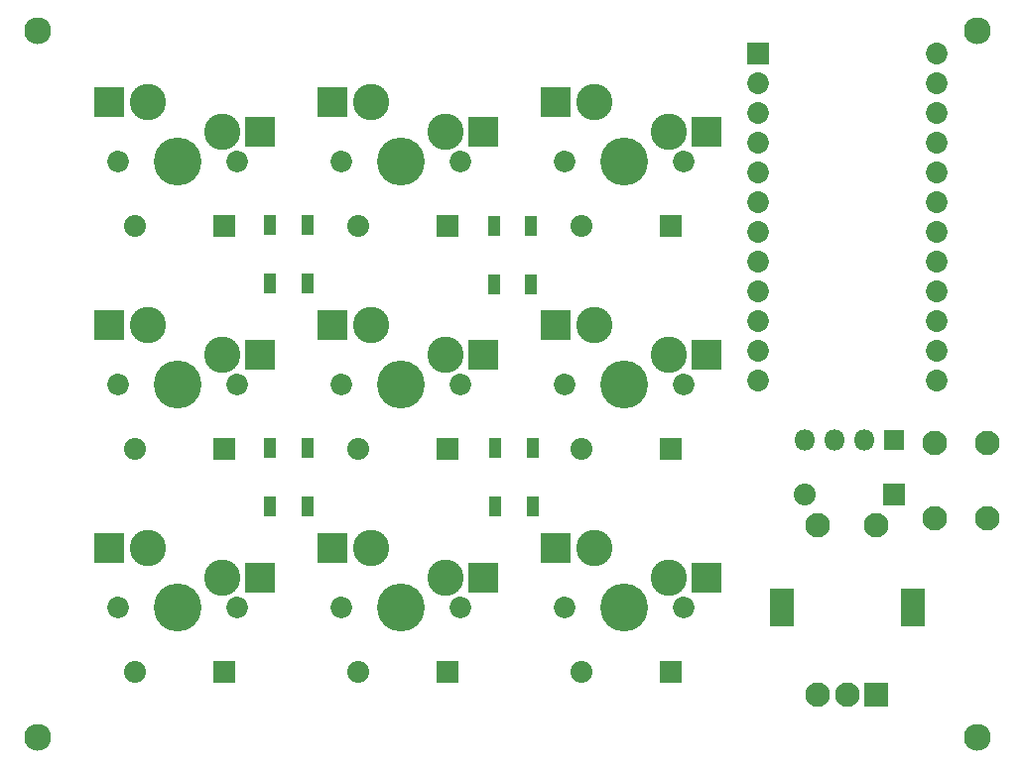
<source format=gts>
G04 #@! TF.GenerationSoftware,KiCad,Pcbnew,(5.1.6-0-10_14)*
G04 #@! TF.CreationDate,2020-07-08T21:12:18-05:00*
G04 #@! TF.ProjectId,DoMo-pcb,446f4d6f-2d70-4636-922e-6b696361645f,rev?*
G04 #@! TF.SameCoordinates,Original*
G04 #@! TF.FileFunction,Soldermask,Top*
G04 #@! TF.FilePolarity,Negative*
%FSLAX46Y46*%
G04 Gerber Fmt 4.6, Leading zero omitted, Abs format (unit mm)*
G04 Created by KiCad (PCBNEW (5.1.6-0-10_14)) date 2020-07-08 21:12:18*
%MOMM*%
%LPD*%
G01*
G04 APERTURE LIST*
%ADD10C,3.100000*%
%ADD11C,4.087800*%
%ADD12C,1.850000*%
%ADD13R,2.650000X2.600000*%
%ADD14R,1.852600X1.852600*%
%ADD15C,1.852600*%
%ADD16R,2.100000X2.100000*%
%ADD17C,2.100000*%
%ADD18R,2.100000X3.300000*%
%ADD19R,1.100000X1.700000*%
%ADD20O,1.800000X1.800000*%
%ADD21R,1.800000X1.800000*%
%ADD22C,2.300000*%
%ADD23R,1.878000X1.878000*%
%ADD24C,1.878000*%
G04 APERTURE END LIST*
D10*
X202247500Y-83026250D03*
D11*
X204787500Y-88106250D03*
D10*
X208597500Y-85566250D03*
D12*
X209867500Y-88106250D03*
X199707500Y-88106250D03*
D13*
X211872500Y-85566250D03*
X198945500Y-83026250D03*
D14*
X235267500Y-59848750D03*
D15*
X235267500Y-62388750D03*
X235267500Y-64928750D03*
X235267500Y-67468750D03*
X235267500Y-70008750D03*
X235267500Y-72548750D03*
X235267500Y-75088750D03*
X235267500Y-77628750D03*
X235267500Y-80168750D03*
X235267500Y-82708750D03*
X235267500Y-85248750D03*
X250507500Y-87788750D03*
X250507500Y-85248750D03*
X250507500Y-82708750D03*
X250507500Y-80168750D03*
X250507500Y-77628750D03*
X250507500Y-75088750D03*
X250507500Y-72548750D03*
X250507500Y-70008750D03*
X250507500Y-67468750D03*
X250507500Y-64928750D03*
X250507500Y-62388750D03*
X235267500Y-87788750D03*
X250507500Y-59848750D03*
D10*
X183197500Y-102076250D03*
D11*
X185737500Y-107156250D03*
D10*
X189547500Y-104616250D03*
D12*
X190817500Y-107156250D03*
X180657500Y-107156250D03*
D13*
X192822500Y-104616250D03*
X179895500Y-102076250D03*
D10*
X202247500Y-102076250D03*
D11*
X204787500Y-107156250D03*
D10*
X208597500Y-104616250D03*
D12*
X209867500Y-107156250D03*
X199707500Y-107156250D03*
D13*
X211872500Y-104616250D03*
X198945500Y-102076250D03*
D10*
X221297500Y-102076250D03*
D11*
X223837500Y-107156250D03*
D10*
X227647500Y-104616250D03*
D12*
X228917500Y-107156250D03*
X218757500Y-107156250D03*
D13*
X230922500Y-104616250D03*
X217995500Y-102076250D03*
D10*
X183197500Y-83026250D03*
D11*
X185737500Y-88106250D03*
D10*
X189547500Y-85566250D03*
D12*
X190817500Y-88106250D03*
X180657500Y-88106250D03*
D13*
X192822500Y-85566250D03*
X179895500Y-83026250D03*
D10*
X221297500Y-83026250D03*
D11*
X223837500Y-88106250D03*
D10*
X227647500Y-85566250D03*
D12*
X228917500Y-88106250D03*
X218757500Y-88106250D03*
D13*
X230922500Y-85566250D03*
X217995500Y-83026250D03*
D10*
X183197500Y-63976250D03*
D11*
X185737500Y-69056250D03*
D10*
X189547500Y-66516250D03*
D12*
X190817500Y-69056250D03*
X180657500Y-69056250D03*
D13*
X192822500Y-66516250D03*
X179895500Y-63976250D03*
D10*
X202247500Y-63976250D03*
D11*
X204787500Y-69056250D03*
D10*
X208597500Y-66516250D03*
D12*
X209867500Y-69056250D03*
X199707500Y-69056250D03*
D13*
X211872500Y-66516250D03*
X198945500Y-63976250D03*
D10*
X221297500Y-63976250D03*
D11*
X223837500Y-69056250D03*
D10*
X227647500Y-66516250D03*
D12*
X228917500Y-69056250D03*
X218757500Y-69056250D03*
D13*
X230922500Y-66516250D03*
X217995500Y-63976250D03*
D16*
X245387500Y-114656250D03*
D17*
X242887500Y-114656250D03*
X240387500Y-114656250D03*
D18*
X248487500Y-107156250D03*
X237287500Y-107156250D03*
D17*
X245387500Y-100156250D03*
X240387500Y-100156250D03*
X250342400Y-93093400D03*
X254842400Y-93093400D03*
X250342400Y-99593400D03*
X254842400Y-99593400D03*
D19*
X212831250Y-98556250D03*
X216031250Y-98556250D03*
X212831250Y-93556250D03*
X216031250Y-93556250D03*
X193662500Y-98543750D03*
X196862500Y-98543750D03*
X193662500Y-93543750D03*
X196862500Y-93543750D03*
X193662500Y-79493750D03*
X196862500Y-79493750D03*
X193662500Y-74493750D03*
X196862500Y-74493750D03*
X215925000Y-74612500D03*
X212725000Y-74612500D03*
X215925000Y-79612500D03*
X212725000Y-79612500D03*
D20*
X239236250Y-92868750D03*
X241776250Y-92868750D03*
X244316250Y-92868750D03*
D21*
X246856250Y-92868750D03*
D22*
X254000000Y-118268750D03*
X254000000Y-57943750D03*
X173831250Y-57943750D03*
X173831250Y-118268750D03*
D23*
X189706250Y-112712500D03*
D24*
X182086250Y-112712500D03*
D23*
X208756250Y-112712500D03*
D24*
X201136250Y-112712500D03*
D23*
X227806250Y-112712500D03*
D24*
X220186250Y-112712500D03*
X239268000Y-97510600D03*
D23*
X246888000Y-97510600D03*
X189706250Y-93662500D03*
D24*
X182086250Y-93662500D03*
X201136250Y-93662500D03*
D23*
X208756250Y-93662500D03*
D24*
X220186250Y-93662500D03*
D23*
X227806250Y-93662500D03*
X189706250Y-74612500D03*
D24*
X182086250Y-74612500D03*
X201136250Y-74612500D03*
D23*
X208756250Y-74612500D03*
D24*
X220186250Y-74612500D03*
D23*
X227806250Y-74612500D03*
M02*

</source>
